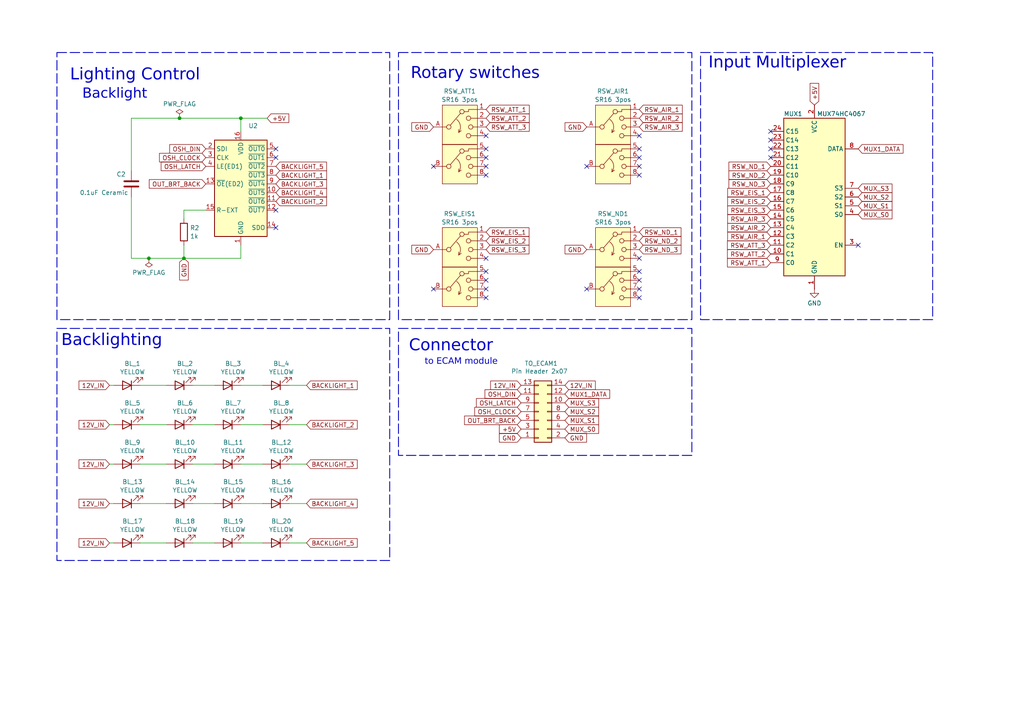
<source format=kicad_sch>
(kicad_sch (version 20231120) (generator "eeschema") (generator_version "8.0")
  (paper "A4")
  (title_block (title "Switching Panel") (date "2024-12-08") (rev "V1.1") (company "S.K.") (comment 1 "Connector to ECAM panel"))
  (lib_symbols
    (symbol "Connector_Generic:Conn_02x07_Odd_Even" (pin_names (offset 1.016) hide)
      (property "Reference" "J" (at 1.27 10.16 0))
      (property "Value" "Conn_02x07_Odd_Even" (at 1.27 -10.16 0))
      (symbol "Conn_02x07_Odd_Even_1_1"
        (rectangle (start -1.27 -7.493) (end 0 -7.747) (stroke (width 0.1524)))
        (rectangle (start -1.27 -4.953) (end 0 -5.207) (stroke (width 0.1524)))
        (rectangle (start -1.27 -2.413) (end 0 -2.667) (stroke (width 0.1524)))
        (rectangle (start -1.27 0.127) (end 0 -0.127) (stroke (width 0.1524)))
        (rectangle (start -1.27 2.667) (end 0 2.413) (stroke (width 0.1524)))
        (rectangle (start -1.27 5.207) (end 0 4.953) (stroke (width 0.1524)))
        (rectangle (start -1.27 7.747) (end 0 7.493) (stroke (width 0.1524)))
        (rectangle (start -1.27 8.89) (end 3.81 -8.89) (stroke (width 0.254)) (fill (type background)))
        (rectangle (start 3.81 -7.493) (end 2.54 -7.747) (stroke (width 0.1524)))
        (rectangle (start 3.81 -4.953) (end 2.54 -5.207) (stroke (width 0.1524)))
        (rectangle (start 3.81 -2.413) (end 2.54 -2.667) (stroke (width 0.1524)))
        (rectangle (start 3.81 0.127) (end 2.54 -0.127) (stroke (width 0.1524)))
        (rectangle (start 3.81 2.667) (end 2.54 2.413) (stroke (width 0.1524)))
        (rectangle (start 3.81 5.207) (end 2.54 4.953) (stroke (width 0.1524)))
        (rectangle (start 3.81 7.747) (end 2.54 7.493) (stroke (width 0.1524)))
        (pin passive line (at -5.08 7.62 0) (length 3.81) (name "Pin_1") (number "1"))
        (pin passive line (at 7.62 -2.54 180) (length 3.81) (name "Pin_10") (number "10"))
        (pin passive line (at -5.08 -5.08 0) (length 3.81) (name "Pin_11") (number "11"))
        (pin passive line (at 7.62 -5.08 180) (length 3.81) (name "Pin_12") (number "12"))
        (pin passive line (at -5.08 -7.62 0) (length 3.81) (name "Pin_13") (number "13"))
        (pin passive line (at 7.62 -7.62 180) (length 3.81) (name "Pin_14") (number "14"))
        (pin passive line (at 7.62 7.62 180) (length 3.81) (name "Pin_2") (number "2"))
        (pin passive line (at -5.08 5.08 0) (length 3.81) (name "Pin_3") (number "3"))
        (pin passive line (at 7.62 5.08 180) (length 3.81) (name "Pin_4") (number "4"))
        (pin passive line (at -5.08 2.54 0) (length 3.81) (name "Pin_5") (number "5"))
        (pin passive line (at 7.62 2.54 180) (length 3.81) (name "Pin_6") (number "6"))
        (pin passive line (at -5.08 0 0) (length 3.81) (name "Pin_7") (number "7"))
        (pin passive line (at 7.62 0 180) (length 3.81) (name "Pin_8") (number "8"))
        (pin passive line (at -5.08 -2.54 0) (length 3.81) (name "Pin_9") (number "9"))
      )
    )
    (symbol "Device:C" (pin_numbers hide) (pin_names (offset 0.254))
      (property "Reference" "C" (at 0.635 2.54 0))
      (property "Value" "C" (at 0.635 -2.54 0))
      (symbol "C_0_1"
        (polyline (pts (xy -2.032 -0.762) (xy 2.032 -0.762)) (stroke (width 0.508)))
        (polyline (pts (xy -2.032 0.762) (xy 2.032 0.762)) (stroke (width 0.508)))
      )
      (symbol "C_1_1"
        (pin passive line (at 0 3.81 270) (length 2.794) (name "~") (number "1"))
        (pin passive line (at 0 -3.81 90) (length 2.794) (name "~") (number "2"))
      )
    )
    (symbol "Device:LED" (pin_numbers hide) (pin_names (offset 1.016) hide)
      (property "Reference" "D" (at 0 2.54 0))
      (property "Value" "LED" (at 0 -2.54 0))
      (symbol "LED_0_1"
        (polyline (pts (xy -1.27 -1.27) (xy -1.27 1.27)) (stroke (width 0.254)))
        (polyline (pts (xy -1.27 0) (xy 1.27 0)))
        (polyline (pts (xy 1.27 -1.27) (xy 1.27 1.27) (xy -1.27 0) (xy 1.27 -1.27)) (stroke (width 0.254)))
        (polyline (pts (xy -3.048 -0.762) (xy -4.572 -2.286) (xy -3.81 -2.286) (xy -4.572 -2.286) (xy -4.572 -1.524)))
        (polyline (pts (xy -1.778 -0.762) (xy -3.302 -2.286) (xy -2.54 -2.286) (xy -3.302 -2.286) (xy -3.302 -1.524)))
      )
      (symbol "LED_1_1"
        (pin passive line (at -3.81 0 0) (length 2.54) (name "K") (number "1"))
        (pin passive line (at 3.81 0 180) (length 2.54) (name "A") (number "2"))
      )
    )
    (symbol "Device:R" (pin_numbers hide) (pin_names (offset 0))
      (property "Reference" "R" (at 2.032 0 90))
      (property "Value" "R" (at 0 0 90))
      (symbol "R_0_1"
        (rectangle (start -1.016 -2.54) (end 1.016 2.54) (stroke (width 0.254)))
      )
      (symbol "R_1_1"
        (pin passive line (at 0 3.81 270) (length 1.27) (name "~") (number "1"))
        (pin passive line (at 0 -3.81 90) (length 1.27) (name "~") (number "2"))
      )
    )
    (symbol "Driver_LED:TLC5917"
      (property "Reference" "U" (at -7.62 13.97 0))
      (property "Value" "TLC5917" (at -7.62 -16.51 0))
      (symbol "TLC5917_1_0"
        (pin power_in line (at 0 -17.78 90) (length 2.54) (name "GND") (number "1"))
        (pin open_collector line (at 10.16 -2.54 180) (length 2.54) (name "~{OUT5}") (number "10"))
        (pin open_collector line (at 10.16 -5.08 180) (length 2.54) (name "~{OUT6}") (number "11"))
        (pin open_collector line (at 10.16 -7.62 180) (length 2.54) (name "~{OUT7}") (number "12"))
        (pin passive line (at -10.16 0 0) (length 2.54) (name "~{OE}(ED2)") (number "13"))
        (pin output line (at 10.16 -12.7 180) (length 2.54) (name "SDO") (number "14"))
        (pin input line (at -10.16 -7.62 0) (length 2.54) (name "R-EXT") (number "15"))
        (pin power_in line (at 0 15.24 270) (length 2.54) (name "VDD") (number "16"))
        (pin input line (at -10.16 10.16 0) (length 2.54) (name "SDI") (number "2"))
        (pin input line (at -10.16 7.62 0) (length 2.54) (name "CLK") (number "3"))
        (pin passive line (at -10.16 5.08 0) (length 2.54) (name "LE(ED1)") (number "4"))
        (pin open_collector line (at 10.16 10.16 180) (length 2.54) (name "~{OUT0}") (number "5"))
        (pin open_collector line (at 10.16 7.62 180) (length 2.54) (name "~{OUT1}") (number "6"))
        (pin open_collector line (at 10.16 5.08 180) (length 2.54) (name "~{OUT2}") (number "7"))
        (pin open_collector line (at 10.16 2.54 180) (length 2.54) (name "~{OUT3}") (number "8"))
        (pin open_collector line (at 10.16 0 180) (length 2.54) (name "~{OUT4}") (number "9"))
      )
      (symbol "TLC5917_1_1"
        (rectangle (start -7.62 12.7) (end 7.62 -15.24) (stroke (width 0.254)) (fill (type background)))
      )
    )
    (symbol "MyLibrary:MUX74HC4067"
      (property "Reference" "MUX" (at -9.144 23.114 0))
      (property "Value" "MUX74HC4067" (at 1.27 22.86 0))
      (symbol "MUX74HC4067_1_1"
        (rectangle (start -8.89 21.59) (end 8.89 -24.13) (stroke (width 0.254)) (fill (type background)))
        (pin power_in line (at 0 -27.94 90) (length 3.81) (name "GND") (number "1"))
        (pin passive line (at -12.7 -17.78 0) (length 3.81) (name "C1") (number "10"))
        (pin passive line (at -12.7 -15.24 0) (length 3.81) (name "C2") (number "11"))
        (pin passive line (at -12.7 -12.7 0) (length 3.81) (name "C3") (number "12"))
        (pin passive line (at -12.7 -10.16 0) (length 3.81) (name "C4") (number "13"))
        (pin passive line (at -12.7 -7.62 0) (length 3.81) (name "C5") (number "14"))
        (pin passive line (at -12.7 -5.08 0) (length 3.81) (name "C6") (number "15"))
        (pin passive line (at -12.7 -2.54 0) (length 3.81) (name "C7") (number "16"))
        (pin passive line (at -12.7 0 0) (length 3.81) (name "C8") (number "17"))
        (pin passive line (at -12.7 2.54 0) (length 3.81) (name "C9") (number "18"))
        (pin passive line (at -12.7 5.08 0) (length 3.81) (name "C10") (number "19"))
        (pin power_in line (at 0 25.4 270) (length 3.81) (name "VCC") (number "2"))
        (pin passive line (at -12.7 7.62 0) (length 3.81) (name "C11") (number "20"))
        (pin passive line (at -12.7 10.16 0) (length 3.81) (name "C12") (number "21"))
        (pin passive line (at -12.7 12.7 0) (length 3.81) (name "C13") (number "22"))
        (pin passive line (at -12.7 15.24 0) (length 3.81) (name "C14") (number "23"))
        (pin passive line (at -12.7 17.78 0) (length 3.81) (name "C15") (number "24"))
        (pin input line (at 12.7 -15.24 180) (length 3.81) (name "EN") (number "3"))
        (pin input line (at 12.7 -6.35 180) (length 3.81) (name "S0") (number "4"))
        (pin input line (at 12.7 -3.81 180) (length 3.81) (name "S1") (number "5"))
        (pin input line (at 12.7 -1.27 180) (length 3.81) (name "S2") (number "6"))
        (pin input line (at 12.7 1.27 180) (length 3.81) (name "S3") (number "7"))
        (pin passive line (at 12.7 12.7 180) (length 3.81) (name "DATA") (number "8"))
        (pin passive line (at -12.7 -20.32 0) (length 3.81) (name "C0") (number "9"))
      )
    )
    (symbol "MyLibrary:SR16 (2x3,2x4)"
      (property "Reference" "RSW" (at -0.254 13.462 0))
      (symbol "SR16 (2x3,2x4)_0_1"
        (circle (center -3.175 -6.35) (radius 0.635))
        (circle (center -3.175 5.08) (radius 0.635))
        (arc (start -0.3176 -7.9375) (mid 0.154 -5.901) (end -0.9526 -4.1275))
        (arc (start -0.3176 3.4925) (mid 0.154 5.529) (end -0.9526 7.3025))
        (polyline (pts (xy -5.08 -6.35) (xy -3.81 -6.35)))
        (polyline (pts (xy -5.08 5.08) (xy -3.81 5.08)))
        (polyline (pts (xy -2.7432 -5.842) (xy 0.2032 -2.3876)))
        (polyline (pts (xy -2.7432 5.588) (xy 0.2032 9.0424)))
        (polyline (pts (xy -0.3176 -7.9375) (xy -0.3176 -7.9375)))
        (polyline (pts (xy -0.3176 -7.9375) (xy -0.3176 -7.0485)))
        (polyline (pts (xy -0.3176 -7.9375) (xy 0.4444 -7.4295)))
        (polyline (pts (xy -0.3176 3.4925) (xy -0.3176 3.4925)))
        (polyline (pts (xy -0.3176 3.4925) (xy -0.3176 4.3815)))
        (polyline (pts (xy -0.3176 3.4925) (xy 0.4444 4.0005)))
        (polyline (pts (xy 0.3174 -7.9375) (xy 0.3174 -7.9375)))
        (polyline (pts (xy 0.3174 3.4925) (xy 0.3174 3.4925)))
        (polyline (pts (xy 5.08 -8.89) (xy 3.175 -8.89)))
        (polyline (pts (xy 5.08 -6.35) (xy 3.81 -6.35)))
        (polyline (pts (xy 5.08 -3.81) (xy 3.175 -3.81)))
        (polyline (pts (xy 5.08 2.54) (xy 3.175 2.54)))
        (polyline (pts (xy 5.08 5.08) (xy 3.81 5.08)))
        (polyline (pts (xy 5.08 7.62) (xy 3.175 7.62)))
        (polyline (pts (xy 5.08 -1.27) (xy 2.54 -1.27) (xy 2.54 -1.905) (xy 1.27 -1.905)))
        (polyline (pts (xy 5.08 10.16) (xy 2.54 10.16) (xy 2.54 9.525) (xy 1.27 9.525)))
        (circle (center 0.635 -1.905) (radius 0.635))
        (circle (center 0.635 9.525) (radius 0.635))
        (circle (center 2.54 -8.89) (radius 0.635))
        (circle (center 2.54 -3.81) (radius 0.635))
        (circle (center 2.54 2.54) (radius 0.635))
        (circle (center 2.54 7.62) (radius 0.635))
        (circle (center 3.175 -6.35) (radius 0.635))
        (circle (center 3.175 5.08) (radius 0.635))
      )
      (symbol "SR16 (2x3,2x4)_1_1"
        (polyline (pts (xy -5.08 0) (xy 5.08 0) (xy 5.08 -11.43) (xy -5.08 -11.43) (xy -5.08 0) (xy -5.08 0)) (fill (type background)))
        (polyline (pts (xy -5.08 11.43) (xy 5.08 11.43) (xy 5.08 0) (xy -5.08 0) (xy -5.08 11.43) (xy -5.08 11.43)) (fill (type background)))
        (pin passive line (at 7.62 10.16 180) (length 2.54) (name "") (number "1"))
        (pin passive line (at 7.62 7.62 180) (length 2.54) (name "") (number "2"))
        (pin passive line (at 7.62 5.08 180) (length 2.54) (name "") (number "3"))
        (pin passive line (at 7.62 2.54 180) (length 2.54) (name "") (number "4"))
        (pin passive line (at 7.62 -1.27 180) (length 2.54) (name "") (number "5"))
        (pin passive line (at 7.62 -3.81 180) (length 2.54) (name "") (number "6"))
        (pin passive line (at 7.62 -6.35 180) (length 2.54) (name "") (number "7"))
        (pin passive line (at 7.62 -8.89 180) (length 2.54) (name "") (number "8"))
        (pin passive line (at -7.62 5.08 0) (length 2.54) (name "") (number "A"))
        (pin passive line (at -7.62 -6.35 0) (length 2.54) (name "") (number "B"))
      )
    )
    (symbol "power:GND" (power) (pin_numbers hide) (pin_names (offset 0) hide)
      (property "Value" "GND" (at 0 -3.81 0))
      (symbol "GND_0_1"
        (polyline (pts (xy 0 0) (xy 0 -1.27) (xy 1.27 -1.27) (xy 0 -2.54) (xy -1.27 -1.27) (xy 0 -1.27)))
      )
      (symbol "GND_1_1"
        (pin power_in line (at 0 0 270) (length 0) (name "~") (number "1"))
      )
    )
    (symbol "power:PWR_FLAG" (power) (pin_numbers hide) (pin_names (offset 0) hide)
      (property "Value" "PWR_FLAG" (at 0 3.81 0))
      (symbol "PWR_FLAG_0_0"
        (pin power_out line (at 0 0 90) (length 0) (name "~") (number "1"))
      )
      (symbol "PWR_FLAG_0_1"
        (polyline (pts (xy 0 0) (xy 0 1.27) (xy -1.016 1.905) (xy 0 2.54) (xy 1.016 1.905) (xy 0 1.27)))
      )
    )
  )
  (junction (at 53.34 74.93))
  (junction (at 43.18 74.93))
  (junction (at 69.85 34.29))
  (junction (at 52.07 34.29))
  (no_connect (at 185.42 86.36))
  (no_connect (at 223.52 38.1))
  (no_connect (at 140.97 39.37))
  (no_connect (at 170.18 48.26))
  (no_connect (at 185.42 48.26))
  (no_connect (at 223.52 43.18))
  (no_connect (at 125.73 48.26))
  (no_connect (at 80.01 45.72))
  (no_connect (at 80.01 60.96))
  (no_connect (at 140.97 43.18))
  (no_connect (at 140.97 48.26))
  (no_connect (at 125.73 83.82))
  (no_connect (at 140.97 86.36))
  (no_connect (at 185.42 50.8))
  (no_connect (at 80.01 43.18))
  (no_connect (at 140.97 83.82))
  (no_connect (at 140.97 74.93))
  (no_connect (at 170.18 83.82))
  (no_connect (at 140.97 78.74))
  (no_connect (at 223.52 45.72))
  (no_connect (at 223.52 40.64))
  (no_connect (at 140.97 50.8))
  (no_connect (at 248.92 71.12))
  (no_connect (at 185.42 83.82))
  (no_connect (at 185.42 78.74))
  (no_connect (at 185.42 39.37))
  (no_connect (at 185.42 45.72))
  (no_connect (at 185.42 81.28))
  (no_connect (at 185.42 74.93))
  (no_connect (at 185.42 43.18))
  (no_connect (at 80.01 66.04))
  (no_connect (at 140.97 81.28))
  (no_connect (at 140.97 45.72))
  (wire (pts (xy 38.1 74.93) (xy 43.18 74.93)))
  (wire (pts (xy 33.02 157.48) (xy 31.75 157.48)))
  (wire (pts (xy 83.82 157.48) (xy 88.9 157.48)))
  (wire (pts (xy 69.85 157.48) (xy 76.2 157.48)))
  (wire (pts (xy 55.88 123.19) (xy 62.23 123.19)))
  (wire (pts (xy 53.34 74.93) (xy 69.85 74.93)))
  (wire (pts (xy 69.85 123.19) (xy 76.2 123.19)))
  (wire (pts (xy 83.82 134.62) (xy 88.9 134.62)))
  (wire (pts (xy 55.88 134.62) (xy 62.23 134.62)))
  (wire (pts (xy 38.1 57.15) (xy 38.1 74.93)))
  (wire (pts (xy 83.82 123.19) (xy 88.9 123.19)))
  (wire (pts (xy 53.34 71.12) (xy 53.34 74.93)))
  (wire (pts (xy 83.82 111.76) (xy 88.9 111.76)))
  (wire (pts (xy 38.1 34.29) (xy 52.07 34.29)))
  (wire (pts (xy 40.64 134.62) (xy 48.26 134.62)))
  (wire (pts (xy 40.64 111.76) (xy 48.26 111.76)))
  (wire (pts (xy 40.64 123.19) (xy 48.26 123.19)))
  (wire (pts (xy 40.64 146.05) (xy 48.26 146.05)))
  (wire (pts (xy 40.64 157.48) (xy 48.26 157.48)))
  (wire (pts (xy 55.88 157.48) (xy 62.23 157.48)))
  (wire (pts (xy 69.85 34.29) (xy 69.85 38.1)))
  (wire (pts (xy 69.85 134.62) (xy 76.2 134.62)))
  (wire (pts (xy 83.82 146.05) (xy 88.9 146.05)))
  (wire (pts (xy 38.1 34.29) (xy 38.1 49.53)))
  (wire (pts (xy 33.02 123.19) (xy 31.75 123.19)))
  (wire (pts (xy 53.34 60.96) (xy 53.34 63.5)))
  (wire (pts (xy 69.85 111.76) (xy 76.2 111.76)))
  (wire (pts (xy 52.07 34.29) (xy 69.85 34.29)))
  (wire (pts (xy 69.85 146.05) (xy 76.2 146.05)))
  (wire (pts (xy 31.75 111.76) (xy 33.02 111.76)))
  (wire (pts (xy 33.02 146.05) (xy 31.75 146.05)))
  (wire (pts (xy 69.85 34.29) (xy 77.47 34.29)))
  (wire (pts (xy 33.02 134.62) (xy 31.75 134.62)))
  (wire (pts (xy 69.85 74.93) (xy 69.85 71.12)))
  (wire (pts (xy 43.18 74.93) (xy 53.34 74.93)))
  (wire (pts (xy 59.69 60.96) (xy 53.34 60.96)))
  (wire (pts (xy 55.88 146.05) (xy 62.23 146.05)))
  (wire (pts (xy 55.88 111.76) (xy 62.23 111.76)))
  (rectangle (start 16.51 15.24) (end 113.03 92.71) (stroke (width 0.254) (type dash)))
  (rectangle (start 16.5099 95.25) (end 113.03 162.56) (stroke (width 0.254) (type dash)))
  (rectangle (start 115.57 95.25) (end 200.66 132.08) (stroke (width 0.254) (type dash)))
  (rectangle (start 203.2 15.24) (end 270.51 92.71) (stroke (width 0.254) (type dash)))
  (rectangle (start 115.57 15.24) (end 200.66 92.71) (stroke (width 0.254) (type dash)))
  (text "Connector" (at 118.618 99.314 0) (effects (font (size 3.3782 3.3782)) (justify left top)))
  (text "Rotary switches" (at 119.126 20.32 0) (effects (font (size 3.3782 3.3782)) (justify left top)))
  (text "Backlighting" (at 17.78 97.79 0) (effects (font (size 3.3782 3.3782)) (justify left top)))
  (text "Input Multiplexer" (at 205.486 17.272 0) (effects (font (size 3.3782 3.3782)) (justify left top)))
  (text "to ECAM module" (at 123.19 104.394 0) (effects (font (size 1.8288 1.8288)) (justify left top)))
  (text "Lighting Control" (at 20.32 20.7518 0) (effects (font (size 3.3782 3.3782)) (justify left top)))
  (text "Backlight" (at 23.876 26.416 0) (effects (font (size 2.8956 2.8956)) (justify left top)))
  (global_label "RSW_EIS_2" (shape input) (at 223.52 58.42 180) (property "Intersheetrefs" "${INTERSHEET_REFS}" (effects (hide yes))))
  (global_label "RSW_ND_2" (shape input) (at 223.52 50.8 180) (property "Intersheetrefs" "${INTERSHEET_REFS}" (effects (hide yes))))
  (global_label "12V_IN" (shape input) (at 151.13 111.76 180) (property "Intersheetrefs" "${INTERSHEET_REFS}" (effects (hide yes))))
  (global_label "MUX_S0" (shape input) (at 163.83 124.46 0) (property "Intersheetrefs" "${INTERSHEET_REFS}" (effects (hide yes))))
  (global_label "MUX_S3" (shape input) (at 163.83 116.84 0) (property "Intersheetrefs" "${INTERSHEET_REFS}" (effects (hide yes))))
  (global_label "GND" (shape input) (at 151.13 127 180) (property "Intersheetrefs" "${INTERSHEET_REFS}" (effects (hide yes))))
  (global_label "RSW_ATT_1" (shape input) (at 140.97 31.75 0) (property "Intersheetrefs" "${INTERSHEET_REFS}" (effects (hide yes))))
  (global_label "12V_IN" (shape input) (at 163.83 111.76 0) (property "Intersheetrefs" "${INTERSHEET_REFS}" (effects (hide yes))))
  (global_label "BACKLIGHT_1" (shape input) (at 88.9 111.76 0) (property "Intersheetrefs" "${INTERSHEET_REFS}" (effects (hide yes))))
  (global_label "GND" (shape input) (at 53.34 74.93 270) (property "Intersheetrefs" "${INTERSHEET_REFS}" (effects (hide yes))))
  (global_label "BACKLIGHT_5" (shape input) (at 88.9 157.48 0) (property "Intersheetrefs" "${INTERSHEET_REFS}" (effects (hide yes))))
  (global_label "RSW_EIS_3" (shape input) (at 223.52 60.96 180) (property "Intersheetrefs" "${INTERSHEET_REFS}" (effects (hide yes))))
  (global_label "GND" (shape input) (at 170.18 36.83 180) (property "Intersheetrefs" "${INTERSHEET_REFS}" (effects (hide yes))))
  (global_label "RSW_EIS_1" (shape input) (at 223.52 55.88 180) (property "Intersheetrefs" "${INTERSHEET_REFS}" (effects (hide yes))))
  (global_label "GND" (shape input) (at 125.73 36.83 180) (property "Intersheetrefs" "${INTERSHEET_REFS}" (effects (hide yes))))
  (global_label "BACKLIGHT_5" (shape input) (at 80.01 48.26 0) (property "Intersheetrefs" "${INTERSHEET_REFS}" (effects (hide yes))))
  (global_label "RSW_AIR_1" (shape input) (at 223.52 68.58 180) (property "Intersheetrefs" "${INTERSHEET_REFS}" (effects (hide yes))))
  (global_label "GND" (shape input) (at 125.73 72.39 180) (property "Intersheetrefs" "${INTERSHEET_REFS}" (effects (hide yes))))
  (global_label "RSW_EIS_2" (shape input) (at 140.97 69.85 0) (property "Intersheetrefs" "${INTERSHEET_REFS}" (effects (hide yes))))
  (global_label "BACKLIGHT_2" (shape input) (at 80.01 58.42 0) (property "Intersheetrefs" "${INTERSHEET_REFS}" (effects (hide yes))))
  (global_label "12V_IN" (shape input) (at 31.75 146.05 180) (property "Intersheetrefs" "${INTERSHEET_REFS}" (effects (hide yes))))
  (global_label "RSW_EIS_3" (shape input) (at 140.97 72.39 0) (property "Intersheetrefs" "${INTERSHEET_REFS}" (effects (hide yes))))
  (global_label "GND" (shape input) (at 170.18 72.39 180) (property "Intersheetrefs" "${INTERSHEET_REFS}" (effects (hide yes))))
  (global_label "OSH_CLOCK" (shape input) (at 59.69 45.72 180) (property "Intersheetrefs" "${INTERSHEET_REFS}" (effects (hide yes))))
  (global_label "OSH_LATCH" (shape input) (at 59.69 48.26 180) (property "Intersheetrefs" "${INTERSHEET_REFS}" (effects (hide yes))))
  (global_label "MUX_S1" (shape input) (at 163.83 121.92 0) (property "Intersheetrefs" "${INTERSHEET_REFS}" (effects (hide yes))))
  (global_label "MUX_S1" (shape input) (at 248.92 59.69 0) (property "Intersheetrefs" "${INTERSHEET_REFS}" (effects (hide yes))))
  (global_label "+5V" (shape input) (at 151.13 124.46 180) (property "Intersheetrefs" "${INTERSHEET_REFS}" (effects (hide yes))))
  (global_label "GND" (shape input) (at 163.83 127 0) (property "Intersheetrefs" "${INTERSHEET_REFS}" (effects (hide yes))))
  (global_label "MUX_S2" (shape input) (at 248.92 57.15 0) (property "Intersheetrefs" "${INTERSHEET_REFS}" (effects (hide yes))))
  (global_label "BACKLIGHT_4" (shape input) (at 88.9 146.05 0) (property "Intersheetrefs" "${INTERSHEET_REFS}" (effects (hide yes))))
  (global_label "BACKLIGHT_3" (shape input) (at 80.01 53.34 0) (property "Intersheetrefs" "${INTERSHEET_REFS}" (effects (hide yes))))
  (global_label "MUX_S3" (shape input) (at 248.92 54.61 0) (property "Intersheetrefs" "${INTERSHEET_REFS}" (effects (hide yes))))
  (global_label "RSW_ATT_1" (shape input) (at 223.52 76.2 180) (property "Intersheetrefs" "${INTERSHEET_REFS}" (effects (hide yes))))
  (global_label "BACKLIGHT_3" (shape input) (at 88.9 134.62 0) (property "Intersheetrefs" "${INTERSHEET_REFS}" (effects (hide yes))))
  (global_label "OSH_DIN" (shape input) (at 59.69 43.18 180) (property "Intersheetrefs" "${INTERSHEET_REFS}" (effects (hide yes))))
  (global_label "12V_IN" (shape input) (at 31.75 157.48 180) (property "Intersheetrefs" "${INTERSHEET_REFS}" (effects (hide yes))))
  (global_label "OSH_DIN" (shape input) (at 151.13 114.3 180) (property "Intersheetrefs" "${INTERSHEET_REFS}" (effects (hide yes))))
  (global_label "MUX_S0" (shape input) (at 248.92 62.23 0) (property "Intersheetrefs" "${INTERSHEET_REFS}" (effects (hide yes))))
  (global_label "RSW_ATT_3" (shape input) (at 223.52 71.12 180) (property "Intersheetrefs" "${INTERSHEET_REFS}" (effects (hide yes))))
  (global_label "RSW_ATT_2" (shape input) (at 223.52 73.66 180) (property "Intersheetrefs" "${INTERSHEET_REFS}" (effects (hide yes))))
  (global_label "MUX_S2" (shape input) (at 163.83 119.38 0) (property "Intersheetrefs" "${INTERSHEET_REFS}" (effects (hide yes))))
  (global_label "RSW_ATT_2" (shape input) (at 140.97 34.29 0) (property "Intersheetrefs" "${INTERSHEET_REFS}" (effects (hide yes))))
  (global_label "BACKLIGHT_4" (shape input) (at 80.01 55.88 0) (property "Intersheetrefs" "${INTERSHEET_REFS}" (effects (hide yes))))
  (global_label "OSH_LATCH" (shape input) (at 151.13 116.84 180) (property "Intersheetrefs" "${INTERSHEET_REFS}" (effects (hide yes))))
  (global_label "RSW_ND_2" (shape input) (at 185.42 69.85 0) (property "Intersheetrefs" "${INTERSHEET_REFS}" (effects (hide yes))))
  (global_label "RSW_AIR_3" (shape input) (at 185.42 36.83 0) (property "Intersheetrefs" "${INTERSHEET_REFS}" (effects (hide yes))))
  (global_label "RSW_AIR_2" (shape input) (at 223.52 66.04 180) (property "Intersheetrefs" "${INTERSHEET_REFS}" (effects (hide yes))))
  (global_label "RSW_AIR_3" (shape input) (at 223.52 63.5 180) (property "Intersheetrefs" "${INTERSHEET_REFS}" (effects (hide yes))))
  (global_label "RSW_ATT_3" (shape input) (at 140.97 36.83 0) (property "Intersheetrefs" "${INTERSHEET_REFS}" (effects (hide yes))))
  (global_label "BACKLIGHT_1" (shape input) (at 80.01 50.8 0) (property "Intersheetrefs" "${INTERSHEET_REFS}" (effects (hide yes))))
  (global_label "RSW_EIS_1" (shape input) (at 140.97 67.31 0) (property "Intersheetrefs" "${INTERSHEET_REFS}" (effects (hide yes))))
  (global_label "OUT_BRT_BACK" (shape input) (at 59.69 53.34 180) (property "Intersheetrefs" "${INTERSHEET_REFS}" (effects (hide yes))))
  (global_label "RSW_ND_1" (shape input) (at 223.52 48.26 180) (property "Intersheetrefs" "${INTERSHEET_REFS}" (effects (hide yes))))
  (global_label "12V_IN" (shape input) (at 31.75 111.76 180) (property "Intersheetrefs" "${INTERSHEET_REFS}" (effects (hide yes))))
  (global_label "RSW_AIR_1" (shape input) (at 185.42 31.75 0) (property "Intersheetrefs" "${INTERSHEET_REFS}" (effects (hide yes))))
  (global_label "12V_IN" (shape input) (at 31.75 123.19 180) (property "Intersheetrefs" "${INTERSHEET_REFS}" (effects (hide yes))))
  (global_label "RSW_ND_3" (shape input) (at 185.42 72.39 0) (property "Intersheetrefs" "${INTERSHEET_REFS}" (effects (hide yes))))
  (global_label "MUX1_DATA" (shape input) (at 163.83 114.3 0) (property "Intersheetrefs" "${INTERSHEET_REFS}" (effects (hide yes))))
  (global_label "RSW_ND_1" (shape input) (at 185.42 67.31 0) (property "Intersheetrefs" "${INTERSHEET_REFS}" (effects (hide yes))))
  (global_label "RSW_AIR_2" (shape input) (at 185.42 34.29 0) (property "Intersheetrefs" "${INTERSHEET_REFS}" (effects (hide yes))))
  (global_label "12V_IN" (shape input) (at 31.75 134.62 180) (property "Intersheetrefs" "${INTERSHEET_REFS}" (effects (hide yes))))
  (global_label "+5V" (shape input) (at 77.47 34.29 0) (property "Intersheetrefs" "${INTERSHEET_REFS}" (effects (hide yes))))
  (global_label "+5V" (shape input) (at 236.22 30.48 90) (property "Intersheetrefs" "${INTERSHEET_REFS}" (effects (hide yes))))
  (global_label "RSW_ND_3" (shape input) (at 223.52 53.34 180) (property "Intersheetrefs" "${INTERSHEET_REFS}" (effects (hide yes))))
  (global_label "OSH_CLOCK" (shape input) (at 151.13 119.38 180) (property "Intersheetrefs" "${INTERSHEET_REFS}" (effects (hide yes))))
  (global_label "BACKLIGHT_2" (shape input) (at 88.9 123.19 0) (property "Intersheetrefs" "${INTERSHEET_REFS}" (effects (hide yes))))
  (global_label "OUT_BRT_BACK" (shape input) (at 151.13 121.92 180) (property "Intersheetrefs" "${INTERSHEET_REFS}" (effects (hide yes))))
  (global_label "MUX1_DATA" (shape input) (at 248.92 43.18 0) (property "Intersheetrefs" "${INTERSHEET_REFS}" (effects (hide yes))))
  (symbol (lib_id "Device:LED") (at 80.01 123.19 180) (unit 1)
    (property "Reference" "BL_8" (at 81.5975 116.8865 0))
    (property "Value" "YELLOW" (at 81.5975 119.3108 0))
    (property "Footprint" "LED_THT:LED_D3.0mm" (effects (hide yes)))
    (property "Description" "Light emitting diode" (effects (hide yes)))
  )
  (symbol (lib_id "Device:LED") (at 66.04 146.05 180) (unit 1)
    (property "Reference" "BL_15" (at 67.6275 139.7465 0))
    (property "Value" "YELLOW" (at 67.6275 142.1708 0))
    (property "Footprint" "LED_THT:LED_D3.0mm" (effects (hide yes)))
    (property "Description" "Light emitting diode" (effects (hide yes)))
  )
  (symbol (lib_id "Device:LED") (at 36.83 123.19 180) (unit 1)
    (property "Reference" "BL_5" (at 38.4175 116.8865 0))
    (property "Value" "YELLOW" (at 38.4175 119.3108 0))
    (property "Footprint" "LED_THT:LED_D3.0mm" (effects (hide yes)))
    (property "Description" "Light emitting diode" (effects (hide yes)))
  )
  (symbol (lib_id "Device:LED") (at 66.04 111.76 180) (unit 1)
    (property "Reference" "BL_3" (at 67.6275 105.4565 0))
    (property "Value" "YELLOW" (at 67.6275 107.8808 0))
    (property "Footprint" "LED_THT:LED_D3.0mm" (effects (hide yes)))
    (property "Description" "Light emitting diode" (effects (hide yes)))
  )
  (symbol (lib_id "power:PWR_FLAG") (at 43.18 74.93 180) (unit 1)
    (property "Reference" "#FLG02" (effects (hide yes)))
    (property "Value" "PWR_FLAG" (at 43.18 79.0631 0))
    (property "Description" "Special symbol for telling ERC where power comes from" (effects (hide yes)))
  )
  (symbol (lib_id "MyLibrary:SR16 (2x3,2x4)") (at 133.35 41.91 0) (unit 1)
    (property "Reference" "RSW_ATT1" (at 133.35 26.4625 0))
    (property "Value" "SR16 3pos" (at 133.35 28.8868 0))
    (property "Footprint" "My:SR16-AB" (effects (hide yes)))
  )
  (symbol (lib_id "Device:LED") (at 52.07 146.05 180) (unit 1)
    (property "Reference" "BL_14" (at 53.6575 139.7465 0))
    (property "Value" "YELLOW" (at 53.6575 142.1708 0))
    (property "Footprint" "LED_THT:LED_D3.0mm" (effects (hide yes)))
    (property "Description" "Light emitting diode" (effects (hide yes)))
  )
  (symbol (lib_id "MyLibrary:SR16 (2x3,2x4)") (at 133.35 77.47 0) (unit 1)
    (property "Reference" "RSW_EIS1" (at 133.35 62.0225 0))
    (property "Value" "SR16 3pos" (at 133.35 64.4468 0))
    (property "Footprint" "My:SR16-AB" (effects (hide yes)))
  )
  (symbol (lib_id "Device:LED") (at 66.04 123.19 180) (unit 1)
    (property "Reference" "BL_7" (at 67.6275 116.8865 0))
    (property "Value" "YELLOW" (at 67.6275 119.3108 0))
    (property "Footprint" "LED_THT:LED_D3.0mm" (effects (hide yes)))
    (property "Description" "Light emitting diode" (effects (hide yes)))
  )
  (symbol (lib_id "Device:LED") (at 52.07 111.76 180) (unit 1)
    (property "Reference" "BL_2" (at 53.6575 105.4565 0))
    (property "Value" "YELLOW" (at 53.6575 107.8808 0))
    (property "Footprint" "LED_THT:LED_D3.0mm" (effects (hide yes)))
    (property "Description" "Light emitting diode" (effects (hide yes)))
  )
  (symbol (lib_id "Connector_Generic:Conn_02x07_Odd_Even") (at 156.21 119.38 0) (mirror x) (unit 1)
    (property "Reference" "TO_ECAM1" (at 156.972 105.41 0))
    (property "Value" "Pin Header 2x07" (at 156.464 107.696 0))
    (property "Footprint" "Connector_IDC:IDC-Header_2x07_P2.54mm_Vertical" (effects (hide yes)))
    (property "Description" "Generic connector, double row, 02x07, odd/even pin numbering scheme (row 1 odd numbers, row 2 even numbers), script generated (kicad-library-utils/schlib/autogen/connector/)" (effects (hide yes)))
  )
  (symbol (lib_id "MyLibrary:SR16 (2x3,2x4)") (at 177.8 77.47 0) (unit 1)
    (property "Reference" "RSW_ND1" (at 177.8 62.0225 0))
    (property "Value" "SR16 3pos" (at 177.8 64.4468 0))
    (property "Footprint" "My:SR16-AB" (effects (hide yes)))
  )
  (symbol (lib_id "Device:LED") (at 66.04 134.62 180) (unit 1)
    (property "Reference" "BL_11" (at 67.6275 128.3165 0))
    (property "Value" "YELLOW" (at 67.6275 130.7408 0))
    (property "Footprint" "LED_THT:LED_D3.0mm" (effects (hide yes)))
    (property "Description" "Light emitting diode" (effects (hide yes)))
  )
  (symbol (lib_id "Device:LED") (at 36.83 146.05 180) (unit 1)
    (property "Reference" "BL_13" (at 38.4175 139.7465 0))
    (property "Value" "YELLOW" (at 38.4175 142.1708 0))
    (property "Footprint" "LED_THT:LED_D3.0mm" (effects (hide yes)))
    (property "Description" "Light emitting diode" (effects (hide yes)))
  )
  (symbol (lib_id "Device:LED") (at 52.07 134.62 180) (unit 1)
    (property "Reference" "BL_10" (at 53.6575 128.3165 0))
    (property "Value" "YELLOW" (at 53.6575 130.7408 0))
    (property "Footprint" "LED_THT:LED_D3.0mm" (effects (hide yes)))
    (property "Description" "Light emitting diode" (effects (hide yes)))
  )
  (symbol (lib_id "Device:LED") (at 36.83 134.62 180) (unit 1)
    (property "Reference" "BL_9" (at 38.4175 128.3165 0))
    (property "Value" "YELLOW" (at 38.4175 130.7408 0))
    (property "Footprint" "LED_THT:LED_D3.0mm" (effects (hide yes)))
    (property "Description" "Light emitting diode" (effects (hide yes)))
  )
  (symbol (lib_id "power:GND") (at 236.22 83.82 0) (unit 1)
    (property "Reference" "#PWR02" (effects (hide yes)))
    (property "Value" "GND" (at 236.22 87.9531 0))
    (property "Description" "Power symbol creates a global label with name \"GND\" , ground" (effects (hide yes)))
  )
  (symbol (lib_id "Device:LED") (at 80.01 146.05 180) (unit 1)
    (property "Reference" "BL_16" (at 81.5975 139.7465 0))
    (property "Value" "YELLOW" (at 81.5975 142.1708 0))
    (property "Footprint" "LED_THT:LED_D3.0mm" (effects (hide yes)))
    (property "Description" "Light emitting diode" (effects (hide yes)))
  )
  (symbol (lib_id "MyLibrary:MUX74HC4067") (at 236.22 55.88 0) (unit 1)
    (property "Reference" "MUX1" (at 227.33 33.02 0) (effects (justify left)))
    (property "Value" "MUX74HC4067" (at 236.982 33.02 0) (effects (justify left)))
    (property "Footprint" "My:MUX74HC4067" (effects (hide yes)))
  )
  (symbol (lib_id "Device:LED") (at 80.01 111.76 180) (unit 1)
    (property "Reference" "BL_4" (at 81.5975 105.4565 0))
    (property "Value" "YELLOW" (at 81.5975 107.8808 0))
    (property "Footprint" "LED_THT:LED_D3.0mm" (effects (hide yes)))
    (property "Description" "Light emitting diode" (effects (hide yes)))
  )
  (symbol (lib_id "MyLibrary:SR16 (2x3,2x4)") (at 177.8 41.91 0) (unit 1)
    (property "Reference" "RSW_AIR1" (at 177.8 26.4625 0))
    (property "Value" "SR16 3pos" (at 177.8 28.8868 0))
    (property "Footprint" "My:SR16-AB" (effects (hide yes)))
  )
  (symbol (lib_id "Device:LED") (at 52.07 157.48 180) (unit 1)
    (property "Reference" "BL_18" (at 53.6575 151.1765 0))
    (property "Value" "YELLOW" (at 53.6575 153.6008 0))
    (property "Footprint" "LED_THT:LED_D3.0mm" (effects (hide yes)))
    (property "Description" "Light emitting diode" (effects (hide yes)))
  )
  (symbol (lib_id "Device:LED") (at 66.04 157.48 180) (unit 1)
    (property "Reference" "BL_19" (at 67.6275 151.1765 0))
    (property "Value" "YELLOW" (at 67.6275 153.6008 0))
    (property "Footprint" "LED_THT:LED_D3.0mm" (effects (hide yes)))
    (property "Description" "Light emitting diode" (effects (hide yes)))
  )
  (symbol (lib_id "Device:C") (at 38.1 53.34 0) (unit 1)
    (property "Reference" "C2" (at 33.782 50.546 0) (effects (justify left)))
    (property "Value" "0.1uF Ceramic" (at 23.114 55.88 0) (effects (justify left)))
    (property "Footprint" "Capacitor_THT:C_Disc_D3.0mm_W1.6mm_P2.50mm" (effects (hide yes)))
    (property "Description" "Unpolarized capacitor" (effects (hide yes)))
  )
  (symbol (lib_id "Device:LED") (at 36.83 111.76 180) (unit 1)
    (property "Reference" "BL_1" (at 38.4175 105.4565 0))
    (property "Value" "YELLOW" (at 38.4175 107.8808 0))
    (property "Footprint" "LED_THT:LED_D3.0mm" (effects (hide yes)))
    (property "Description" "Light emitting diode" (effects (hide yes)))
  )
  (symbol (lib_id "Driver_LED:TLC5917") (at 69.85 53.34 0) (unit 1)
    (property "Reference" "U2" (at 72.0441 36.4955 0) (effects (justify left)))
    (property "Value" "TLC5917" (effects (hide yes)))
    (property "Footprint" "Package_DIP:DIP-16_W7.62mm" (effects (hide yes)))
    (property "Datasheet" "https://www.ti.com/lit/ds/symlink/tlc5917.pdf" (effects (hide yes)))
    (property "Description" "8-Channel Constant-Current LED Sink Driver, Short to VLED detection" (effects (hide yes)))
  )
  (symbol (lib_id "Device:LED") (at 36.83 157.48 180) (unit 1)
    (property "Reference" "BL_17" (at 38.4175 151.1765 0))
    (property "Value" "YELLOW" (at 38.4175 153.6008 0))
    (property "Footprint" "LED_THT:LED_D3.0mm" (effects (hide yes)))
    (property "Description" "Light emitting diode" (effects (hide yes)))
  )
  (symbol (lib_id "Device:LED") (at 52.07 123.19 180) (unit 1)
    (property "Reference" "BL_6" (at 53.6575 116.8865 0))
    (property "Value" "YELLOW" (at 53.6575 119.3108 0))
    (property "Footprint" "LED_THT:LED_D3.0mm" (effects (hide yes)))
    (property "Description" "Light emitting diode" (effects (hide yes)))
  )
  (symbol (lib_id "power:PWR_FLAG") (at 52.07 34.29 0) (unit 1)
    (property "Reference" "#FLG01" (effects (hide yes)))
    (property "Value" "PWR_FLAG" (at 52.07 30.1569 0))
    (property "Description" "Special symbol for telling ERC where power comes from" (effects (hide yes)))
  )
  (symbol (lib_id "Device:R") (at 53.34 67.31 0) (unit 1)
    (property "Reference" "R2" (at 55.118 66.0978 0) (effects (justify left)))
    (property "Value" "1k" (at 55.118 68.5221 0) (effects (justify left)))
    (property "Footprint" "Resistor_THT:R_Axial_DIN0204_L3.6mm_D1.6mm_P5.08mm_Horizontal" (effects (hide yes)))
    (property "Description" "Resistor" (effects (hide yes)))
  )
  (symbol (lib_id "Device:LED") (at 80.01 134.62 180) (unit 1)
    (property "Reference" "BL_12" (at 81.5975 128.3165 0))
    (property "Value" "YELLOW" (at 81.5975 130.7408 0))
    (property "Footprint" "LED_THT:LED_D3.0mm" (effects (hide yes)))
    (property "Description" "Light emitting diode" (effects (hide yes)))
  )
  (symbol (lib_id "Device:LED") (at 80.01 157.48 180) (unit 1)
    (property "Reference" "BL_20" (at 81.5975 151.1765 0))
    (property "Value" "YELLOW" (at 81.5975 153.6008 0))
    (property "Footprint" "LED_THT:LED_D3.0mm" (effects (hide yes)))
    (property "Description" "Light emitting diode" (effects (hide yes)))
  )
)
</source>
